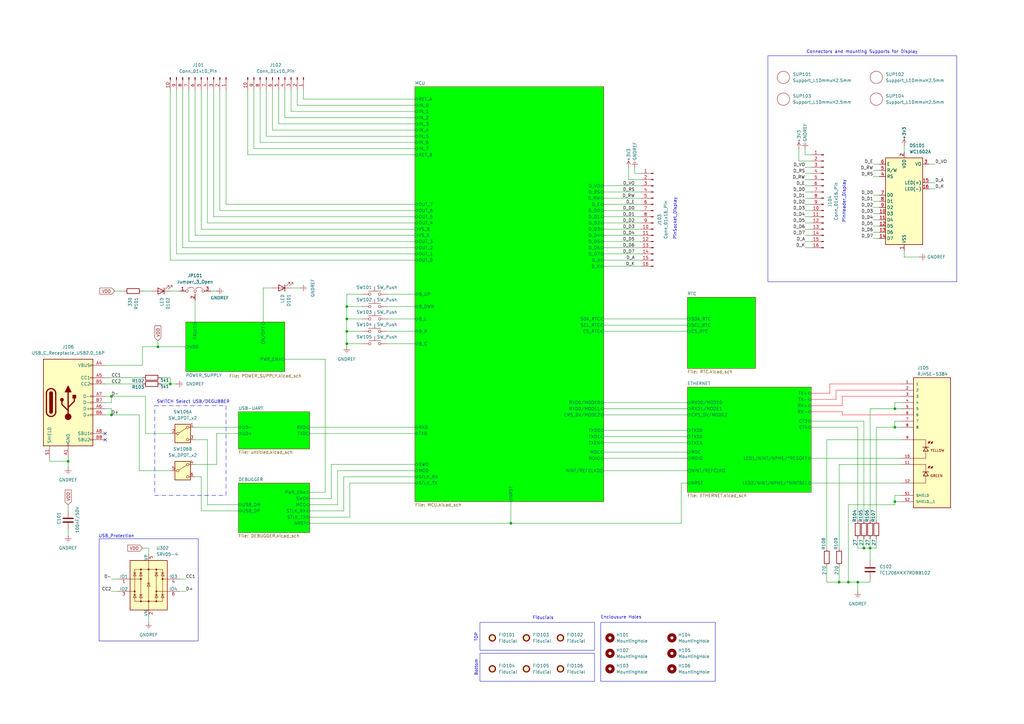
<source format=kicad_sch>
(kicad_sch (version 20250114) (generator "eeschema") (generator_version "9.0")
  (paper "A3")
  (title_block (title "PCB_Tarjeta_DevOps") (date "2025-10-28") (rev "R.Casas"))
  (lib_symbols
    (symbol "Connector:Conn_01x10_Pin" (pin_names (offset 1.016) (hide yes))
      (property "Reference" "J" (at 0 12.7 0))
      (property "Value" "Conn_01x10_Pin" (at 0 -15.24 0))
      (symbol "Conn_01x10_Pin_1_1"
        (pin passive line (at 5.08 10.16 180) (length 3.81) (name "Pin_1") (number "1"))
        (pin passive line (at 5.08 7.62 180) (length 3.81) (name "Pin_2") (number "2"))
        (pin passive line (at 5.08 5.08 180) (length 3.81) (name "Pin_3") (number "3"))
        (pin passive line (at 5.08 2.54 180) (length 3.81) (name "Pin_4") (number "4"))
        (pin passive line (at 5.08 0 180) (length 3.81) (name "Pin_5") (number "5"))
        (pin passive line (at 5.08 -2.54 180) (length 3.81) (name "Pin_6") (number "6"))
        (pin passive line (at 5.08 -5.08 180) (length 3.81) (name "Pin_7") (number "7"))
        (pin passive line (at 5.08 -7.62 180) (length 3.81) (name "Pin_8") (number "8"))
        (pin passive line (at 5.08 -10.16 180) (length 3.81) (name "Pin_9") (number "9"))
        (pin passive line (at 5.08 -12.7 180) (length 3.81) (name "Pin_10") (number "10"))
      )
    )
    (symbol "Connector:Conn_01x16_Pin" (pin_names (offset 1.016) (hide yes))
      (property "Reference" "J" (at 0 20.32 0))
      (property "Value" "Conn_01x16_Pin" (at 0 -22.86 0))
      (symbol "Conn_01x16_Pin_1_1"
        (pin passive line (at 5.08 17.78 180) (length 3.81) (name "Pin_1") (number "1"))
        (pin passive line (at 5.08 15.24 180) (length 3.81) (name "Pin_2") (number "2"))
        (pin passive line (at 5.08 12.7 180) (length 3.81) (name "Pin_3") (number "3"))
        (pin passive line (at 5.08 10.16 180) (length 3.81) (name "Pin_4") (number "4"))
        (pin passive line (at 5.08 7.62 180) (length 3.81) (name "Pin_5") (number "5"))
        (pin passive line (at 5.08 5.08 180) (length 3.81) (name "Pin_6") (number "6"))
        (pin passive line (at 5.08 2.54 180) (length 3.81) (name "Pin_7") (number "7"))
        (pin passive line (at 5.08 0 180) (length 3.81) (name "Pin_8") (number "8"))
        (pin passive line (at 5.08 -2.54 180) (length 3.81) (name "Pin_9") (number "9"))
        (pin passive line (at 5.08 -5.08 180) (length 3.81) (name "Pin_10") (number "10"))
        (pin passive line (at 5.08 -7.62 180) (length 3.81) (name "Pin_11") (number "11"))
        (pin passive line (at 5.08 -10.16 180) (length 3.81) (name "Pin_12") (number "12"))
        (pin passive line (at 5.08 -12.7 180) (length 3.81) (name "Pin_13") (number "13"))
        (pin passive line (at 5.08 -15.24 180) (length 3.81) (name "Pin_14") (number "14"))
        (pin passive line (at 5.08 -17.78 180) (length 3.81) (name "Pin_15") (number "15"))
        (pin passive line (at 5.08 -20.32 180) (length 3.81) (name "Pin_16") (number "16"))
      )
    )
    (symbol "Connector:USB_C_Receptacle_USB2.0_16P" (pin_names (offset 1.016))
      (property "Reference" "J" (at 0 22.225 0))
      (property "Value" "USB_C_Receptacle_USB2.0_16P" (at 0 19.685 0))
      (symbol "USB_C_Receptacle_USB2.0_16P_1_1"
        (pin passive line (at -7.62 -22.86 90) (length 5.08) (name "SHIELD") (number "S1"))
        (pin passive line (at 0 -22.86 90) (length 5.08) (name "GND") (number "A1"))
        (pin passive line (at 0 -22.86 90) (length 5.08) (hide yes) (name "GND") (number "A12"))
        (pin passive line (at 0 -22.86 90) (length 5.08) (hide yes) (name "GND") (number "B1"))
        (pin passive line (at 0 -22.86 90) (length 5.08) (hide yes) (name "GND") (number "B12"))
        (pin passive line (at 15.24 15.24 180) (length 5.08) (name "VBUS") (number "A4"))
        (pin passive line (at 15.24 15.24 180) (length 5.08) (hide yes) (name "VBUS") (number "A9"))
        (pin passive line (at 15.24 15.24 180) (length 5.08) (hide yes) (name "VBUS") (number "B4"))
        (pin passive line (at 15.24 15.24 180) (length 5.08) (hide yes) (name "VBUS") (number "B9"))
        (pin bidirectional line (at 15.24 10.16 180) (length 5.08) (name "CC1") (number "A5"))
        (pin bidirectional line (at 15.24 7.62 180) (length 5.08) (name "CC2") (number "B5"))
        (pin bidirectional line (at 15.24 2.54 180) (length 5.08) (name "D-") (number "A7"))
        (pin bidirectional line (at 15.24 0 180) (length 5.08) (name "D-") (number "B7"))
        (pin bidirectional line (at 15.24 -2.54 180) (length 5.08) (name "D+") (number "A6"))
        (pin bidirectional line (at 15.24 -5.08 180) (length 5.08) (name "D+") (number "B6"))
        (pin bidirectional line (at 15.24 -12.7 180) (length 5.08) (name "SBU1") (number "A8"))
        (pin bidirectional line (at 15.24 -15.24 180) (length 5.08) (name "SBU2") (number "B8"))
      )
    )
    (symbol "Device:C" (pin_numbers (hide yes)) (pin_names (offset 0.254))
      (property "Reference" "C" (at 0.635 2.54 0))
      (property "Value" "C" (at 0.635 -2.54 0))
      (symbol "C_1_1"
        (pin passive line (at 0 3.81 270) (length 2.794) (name "~") (number "1"))
        (pin passive line (at 0 -3.81 90) (length 2.794) (name "~") (number "2"))
      )
    )
    (symbol "Device:LED" (pin_numbers (hide yes)) (pin_names (offset 1.016) (hide yes))
      (property "Reference" "D" (at 0 2.54 0))
      (property "Value" "LED" (at 0 -2.54 0))
      (symbol "LED_1_1"
        (pin passive line (at -3.81 0 0) (length 2.54) (name "K") (number "1"))
        (pin passive line (at 3.81 0 180) (length 2.54) (name "A") (number "2"))
      )
    )
    (symbol "Device:R" (pin_numbers (hide yes)) (pin_names (offset 0))
      (property "Reference" "R" (at 2.032 0 90))
      (property "Value" "R" (at 0 0 90))
      (symbol "R_1_1"
        (pin passive line (at 0 3.81 270) (length 1.27) (name "~") (number "1"))
        (pin passive line (at 0 -3.81 90) (length 1.27) (name "~") (number "2"))
      )
    )
    (symbol "Display_Character:WC1602A"
      (property "Reference" "DS" (at -5.842 19.05 0))
      (property "Value" "WC1602A" (at 5.334 19.05 0))
      (symbol "WC1602A_1_1"
        (pin input line (at -10.16 15.24 0) (length 2.54) (name "E") (number "6"))
        (pin input line (at -10.16 12.7 0) (length 2.54) (name "R/W") (number "5"))
        (pin input line (at -10.16 10.16 0) (length 2.54) (name "RS") (number "4"))
        (pin input line (at -10.16 2.54 0) (length 2.54) (name "D0") (number "7"))
        (pin input line (at -10.16 0 0) (length 2.54) (name "D1") (number "8"))
        (pin input line (at -10.16 -2.54 0) (length 2.54) (name "D2") (number "9"))
        (pin input line (at -10.16 -5.08 0) (length 2.54) (name "D3") (number "10"))
        (pin input line (at -10.16 -7.62 0) (length 2.54) (name "D4") (number "11"))
        (pin input line (at -10.16 -10.16 0) (length 2.54) (name "D5") (number "12"))
        (pin input line (at -10.16 -12.7 0) (length 2.54) (name "D6") (number "13"))
        (pin input line (at -10.16 -15.24 0) (length 2.54) (name "D7") (number "14"))
        (pin power_in line (at 0 20.32 270) (length 2.54) (name "VDD") (number "2"))
        (pin power_in line (at 0 -20.32 90) (length 2.54) (name "VSS") (number "1"))
        (pin input line (at 10.16 15.24 180) (length 2.54) (name "VO") (number "3"))
        (pin power_in line (at 10.16 7.62 180) (length 2.54) (name "LED(+)") (number "15"))
        (pin power_in line (at 10.16 5.08 180) (length 2.54) (name "LED(-)") (number "16"))
      )
    )
    (symbol "Ethernet_RCO:RJHSE-5384" (pin_names (offset 1.016))
      (property "Reference" "J" (at -7.62 26.67 0))
      (property "Value" "RJHSE-5384" (at -7.62 -29.21 0))
      (symbol "RJHSE-5384_0_0"
        (text "YELLOW" (at -0.762 -3.81 0) (effects (font (size 1.016 1.016)) (justify left top)))
        (text "GREEN" (at -0.762 -14.224 0) (effects (font (size 1.016 1.016)) (justify left top)))
        (pin passive line (at -12.7 22.86 0) (length 5.08) (name "1") (number "1"))
        (pin passive line (at -12.7 20.32 0) (length 5.08) (name "2") (number "2"))
        (pin passive line (at -12.7 17.78 0) (length 5.08) (name "3") (number "3"))
        (pin passive line (at -12.7 15.24 0) (length 5.08) (name "4") (number "4"))
        (pin passive line (at -12.7 12.7 0) (length 5.08) (name "5") (number "5"))
        (pin passive line (at -12.7 10.16 0) (length 5.08) (name "6") (number "6"))
        (pin passive line (at -12.7 7.62 0) (length 5.08) (name "7") (number "7"))
        (pin passive line (at -12.7 5.08 0) (length 5.08) (name "8") (number "8"))
        (pin passive line (at -12.7 0 0) (length 5.08) (name "~") (number "9"))
        (pin passive line (at -12.7 -7.62 0) (length 5.08) (name "~") (number "10"))
        (pin passive line (at -12.7 -10.16 0) (length 5.08) (name "~") (number "11"))
        (pin passive line (at -12.7 -17.78 0) (length 5.08) (name "~") (number "12"))
        (pin passive line (at -12.7 -22.86 0) (length 5.08) (name "SHIELD") (number "S1"))
        (pin passive line (at -12.7 -25.4 0) (length 5.08) (name "SHIELD__1") (number "S2"))
      )
    )
    (symbol "Jumper:Jumper_3_Open" (pin_names (offset 0) (hide yes)) (in_bom no)
      (property "Reference" "JP" (at -2.54 -2.54 0))
      (property "Value" "Jumper_3_Open" (at 0 2.794 0))
      (symbol "Jumper_3_Open_1_1"
        (pin passive line (at -6.35 0 0) (length 2.54) (name "A") (number "1"))
        (pin passive line (at 0 -3.81 90) (length 2.54) (name "C") (number "2"))
        (pin passive line (at 6.35 0 180) (length 2.54) (name "B") (number "3"))
      )
    )
    (symbol "Mechanical:Fiducial" (in_bom no)
      (property "Reference" "FID" (at 0 5.08 0))
      (property "Value" "Fiducial" (at 0 3.175 0))
    )
    (symbol "Mechanical:MountingHole" (pin_names (offset 1.016)) (in_bom no)
      (property "Reference" "H" (at 0 5.08 0))
      (property "Value" "MountingHole" (at 0 3.175 0))
    )
    (symbol "PCB_Support:Support_L10mmxH2.5mm" (pin_numbers (hide yes)) (pin_names (offset 0.762) (hide yes))
      (property "Reference" "SUP" (at 0 4.826 0))
      (property "Value" "Support_L10mmxH2.5mm" (at 0 3.048 0))
    )
    (symbol "Power_Protection:SRV05-4" (pin_names (offset 0))
      (property "Reference" "U" (at -5.08 11.43 0))
      (property "Value" "SRV05-4" (at 2.54 11.43 0))
      (symbol "SRV05-4_1_1"
        (pin passive line (at -12.7 2.54 0) (length 5.08) (name "IO1") (number "1"))
        (pin passive line (at -12.7 -2.54 0) (length 5.08) (name "IO2") (number "3"))
        (pin passive line (at 0 12.7 270) (length 2.54) (name "VP") (number "5"))
        (pin passive line (at 0 -12.7 90) (length 2.54) (name "VN") (number "2"))
        (pin passive line (at 12.7 2.54 180) (length 5.08) (name "IO3") (number "4"))
        (pin passive line (at 12.7 -2.54 180) (length 5.08) (name "IO4") (number "6"))
      )
    )
    (symbol "Switch:SW_DPDT_x2" (pin_names (offset 0) (hide yes))
      (property "Reference" "SW" (at 0 5.08 0))
      (property "Value" "SW_DPDT_x2" (at 0 -5.08 0))
      (symbol "SW_DPDT_x2_1_1"
        (pin passive line (at -5.08 0 0) (length 2.54) (name "B") (number "2"))
        (pin passive line (at 5.08 2.54 180) (length 2.54) (name "A") (number "1"))
        (pin passive line (at 5.08 -2.54 180) (length 2.54) (name "C") (number "3"))
      )
      (symbol "SW_DPDT_x2_2_1"
        (pin passive line (at -5.08 0 0) (length 2.54) (name "B") (number "5"))
        (pin passive line (at 5.08 2.54 180) (length 2.54) (name "A") (number "4"))
        (pin passive line (at 5.08 -2.54 180) (length 2.54) (name "C") (number "6"))
      )
    )
    (symbol "Switch:SW_Push" (pin_numbers (hide yes)) (pin_names (offset 1.016) (hide yes))
      (property "Reference" "SW" (at 1.27 2.54 0))
      (property "Value" "SW_Push" (at 0 -1.524 0))
      (symbol "SW_Push_0_1"
        (pin passive line (at -5.08 0 0) (length 2.54) (name "1") (number "1"))
        (pin passive line (at 5.08 0 180) (length 2.54) (name "2") (number "2"))
      )
    )
    (symbol "power:+3V3" (power) (pin_numbers (hide yes)) (pin_names (offset 0) (hide yes))
      (property "Value" "+3V3" (at 0 3.556 0))
      (symbol "+3V3_1_1"
        (pin power_in line (at 0 0 90) (length 0) (name "~") (number "1"))
      )
    )
    (symbol "power:GNDREF" (power) (pin_numbers (hide yes)) (pin_names (offset 0) (hide yes))
      (property "Value" "GNDREF" (at 0 -3.81 0))
      (symbol "GNDREF_1_1"
        (pin power_in line (at 0 0 270) (length 0) (name "~") (number "1"))
      )
    )
  )
  (rectangle (start 196.85 255.27) (end 243.84 266.7))
  (rectangle (start 314.96 22.86) (end 392.43 115.57))
  (rectangle (start 196.85 267.97) (end 243.84 279.4))
  (rectangle (start 40.64 220.98) (end 81.28 262.89))
  (rectangle (start 63.5 166.37) (end 92.71 203.2) (stroke (width 0) (type dash_dot)))
  (rectangle (start 246.38 255.27) (end 293.37 279.4))
  (text "Bottom" (at 195.326 273.812 90) (effects (font (size 1.27 1.27))))
  (text "PinHeader_Display" (at 346.202 82.55 90) (effects (font (size 1.27 1.27))))
  (text "Connectors and mounting Supports for Display\n" (at 353.568 21.336 0) (effects (font (size 1.27 1.27))))
  (text "USB_Protection\n" (at 47.752 219.964 0) (effects (font (size 1.27 1.27))))
  (text "Enclousure Holes" (at 254.762 253.238 0) (effects (font (size 1.27 1.27))))
  (text "Fiducials\n" (at 222.758 253.492 0) (effects (font (size 1.27 1.27))))
  (text "SWITCH Select USB/DEGUBBER\n" (at 79.248 164.846 0) (effects (font (size 1.27 1.27))))
  (text "TOP\n" (at 195.326 261.366 90) (effects (font (size 1.27 1.27))))
  (text "PinSocket_Display" (at 276.86 89.662 90) (effects (font (size 1.27 1.27))))
  (junction (at 354.33 224.79))
  (junction (at 347.98 238.76))
  (junction (at 45.72 170.18))
  (junction (at 356.87 224.79))
  (junction (at 27.94 189.23))
  (junction (at 209.55 214.63))
  (junction (at 142.24 140.97))
  (junction (at 142.24 130.81))
  (junction (at 45.72 162.56))
  (junction (at 64.77 142.24))
  (junction (at 344.17 238.76))
  (junction (at 142.24 125.73))
  (junction (at 367.03 167.64))
  (junction (at 142.24 135.89))
  (junction (at 69.85 157.48))
  (junction (at 367.03 205.74))
  (junction (at 367.03 175.26))
  (junction (at 351.79 238.76))
  (no_connect (at 43.18 177.8))
  (no_connect (at 43.18 180.34))
  (wire (pts (xy 45.72 237.49) (xy 48.26 237.49)))
  (wire (pts (xy 170.18 50.8) (xy 114.3 50.8)))
  (wire (pts (xy 90.17 86.36) (xy 170.18 86.36)))
  (wire (pts (xy 356.87 220.98) (xy 356.87 224.79)))
  (wire (pts (xy 342.9 163.83) (xy 342.9 160.02)) (stroke (width 0) (color 255 0 0 1)))
  (wire (pts (xy 148.59 120.65) (xy 142.24 120.65)))
  (wire (pts (xy 247.65 165.1) (xy 281.94 165.1)))
  (wire (pts (xy 257.81 73.66) (xy 262.89 73.66)))
  (wire (pts (xy 383.54 67.31) (xy 381 67.31)))
  (wire (pts (xy 20.32 189.23) (xy 27.94 189.23)))
  (wire (pts (xy 143.51 212.09) (xy 143.51 198.12)))
  (wire (pts (xy 77.47 99.06) (xy 170.18 99.06)))
  (wire (pts (xy 358.14 87.63) (xy 360.68 87.63)))
  (wire (pts (xy 140.97 195.58) (xy 140.97 209.55)))
  (wire (pts (xy 247.65 187.96) (xy 281.94 187.96)))
  (wire (pts (xy 367.03 205.74) (xy 369.57 205.74)))
  (wire (pts (xy 60.96 224.79) (xy 60.96 227.33)))
  (wire (pts (xy 127 175.26) (xy 170.18 175.26)))
  (wire (pts (xy 347.98 238.76) (xy 351.79 238.76)))
  (wire (pts (xy 342.9 160.02) (xy 369.57 160.02)) (stroke (width 0) (color 255 0 0 1)))
  (wire (pts (xy 345.44 162.56) (xy 369.57 162.56)) (stroke (width 0) (color 255 0 0 1)))
  (wire (pts (xy 247.65 91.44) (xy 262.89 91.44)))
  (wire (pts (xy 354.33 224.79) (xy 356.87 224.79)))
  (wire (pts (xy 327.66 60.96) (xy 327.66 66.04)))
  (wire (pts (xy 170.18 195.58) (xy 140.97 195.58)))
  (wire (pts (xy 107.95 118.11) (xy 111.76 118.11)))
  (wire (pts (xy 88.9 177.8) (xy 97.79 177.8)))
  (wire (pts (xy 170.18 63.5) (xy 101.6 63.5)))
  (wire (pts (xy 339.09 180.34) (xy 339.09 224.79)))
  (wire (pts (xy 97.79 209.55) (xy 82.55 209.55)))
  (wire (pts (xy 74.93 101.6) (xy 170.18 101.6)))
  (wire (pts (xy 340.36 157.48) (xy 369.57 157.48)) (stroke (width 0) (color 255 0 0 1)))
  (wire (pts (xy 247.65 101.6) (xy 262.89 101.6)))
  (wire (pts (xy 330.2 96.52) (xy 332.74 96.52)))
  (wire (pts (xy 121.92 36.83) (xy 121.92 43.18)))
  (wire (pts (xy 72.39 36.83) (xy 72.39 104.14)))
  (wire (pts (xy 369.57 165.1) (xy 367.03 165.1)))
  (wire (pts (xy 351.79 175.26) (xy 351.79 213.36)))
  (wire (pts (xy 66.04 154.94) (xy 69.85 154.94)))
  (wire (pts (xy 45.72 162.56) (xy 59.69 162.56)))
  (wire (pts (xy 158.75 120.65) (xy 170.18 120.65)))
  (wire (pts (xy 90.17 36.83) (xy 90.17 86.36)))
  (wire (pts (xy 369.57 190.5) (xy 344.17 190.5)))
  (wire (pts (xy 119.38 45.72) (xy 119.38 36.83)))
  (wire (pts (xy 133.35 201.93) (xy 133.35 147.32)))
  (wire (pts (xy 127 207.01) (xy 138.43 207.01)))
  (wire (pts (xy 107.95 118.11) (xy 107.95 132.08)))
  (wire (pts (xy 85.09 207.01) (xy 97.79 207.01)))
  (wire (pts (xy 58.42 224.79) (xy 60.96 224.79)))
  (wire (pts (xy 69.85 154.94) (xy 69.85 157.48)))
  (wire (pts (xy 142.24 125.73) (xy 142.24 130.81)))
  (wire (pts (xy 247.65 133.35) (xy 281.94 133.35)))
  (wire (pts (xy 247.65 96.52) (xy 262.89 96.52)))
  (wire (pts (xy 106.68 36.83) (xy 106.68 58.42)))
  (wire (pts (xy 58.42 142.24) (xy 64.77 142.24)))
  (wire (pts (xy 142.24 140.97) (xy 148.59 140.97)))
  (wire (pts (xy 62.23 119.38) (xy 58.42 119.38)))
  (wire (pts (xy 158.75 125.73) (xy 170.18 125.73)))
  (wire (pts (xy 140.97 209.55) (xy 127 209.55)))
  (wire (pts (xy 142.24 130.81) (xy 142.24 135.89)))
  (wire (pts (xy 369.57 167.64) (xy 367.03 167.64)))
  (wire (pts (xy 45.72 165.1) (xy 45.72 162.56)))
  (wire (pts (xy 330.2 63.5) (xy 332.74 63.5)))
  (wire (pts (xy 170.18 40.64) (xy 124.46 40.64)))
  (wire (pts (xy 92.71 36.83) (xy 92.71 83.82)))
  (wire (pts (xy 358.14 82.55) (xy 360.68 82.55)))
  (wire (pts (xy 247.65 76.2) (xy 262.89 76.2)))
  (wire (pts (xy 367.03 165.1) (xy 367.03 167.64)))
  (wire (pts (xy 257.81 68.58) (xy 257.81 73.66)))
  (wire (pts (xy 358.14 95.25) (xy 360.68 95.25)))
  (wire (pts (xy 247.65 176.53) (xy 281.94 176.53)))
  (wire (pts (xy 340.36 161.29) (xy 340.36 157.48)) (stroke (width 0) (color 255 0 0 1)))
  (wire (pts (xy 158.75 130.81) (xy 170.18 130.81)))
  (wire (pts (xy 247.65 88.9) (xy 262.89 88.9)))
  (wire (pts (xy 135.89 190.5) (xy 170.18 190.5)))
  (wire (pts (xy 85.09 91.44) (xy 170.18 91.44)))
  (wire (pts (xy 327.66 66.04) (xy 332.74 66.04)))
  (wire (pts (xy 247.65 181.61) (xy 281.94 181.61)))
  (wire (pts (xy 344.17 190.5) (xy 344.17 224.79)))
  (wire (pts (xy 339.09 238.76) (xy 344.17 238.76)))
  (wire (pts (xy 383.54 77.47) (xy 381 77.47)))
  (wire (pts (xy 358.14 72.39) (xy 360.68 72.39)))
  (wire (pts (xy 330.2 83.82) (xy 332.74 83.82)))
  (wire (pts (xy 45.72 165.1) (xy 43.18 165.1)))
  (wire (pts (xy 80.01 96.52) (xy 170.18 96.52)))
  (wire (pts (xy 247.65 78.74) (xy 262.89 78.74)))
  (wire (pts (xy 370.84 102.87) (xy 370.84 105.41)))
  (wire (pts (xy 80.01 195.58) (xy 82.55 195.58)))
  (wire (pts (xy 247.65 99.06) (xy 262.89 99.06)))
  (wire (pts (xy 356.87 167.64) (xy 356.87 213.36)))
  (wire (pts (xy 330.2 101.6) (xy 332.74 101.6)))
  (wire (pts (xy 85.09 36.83) (xy 85.09 91.44)))
  (wire (pts (xy 43.18 149.86) (xy 58.42 149.86)))
  (wire (pts (xy 45.72 162.56) (xy 43.18 162.56)))
  (wire (pts (xy 358.14 80.01) (xy 360.68 80.01)))
  (wire (pts (xy 142.24 135.89) (xy 148.59 135.89)))
  (wire (pts (xy 247.65 193.04) (xy 281.94 193.04)))
  (wire (pts (xy 358.14 97.79) (xy 360.68 97.79)))
  (wire (pts (xy 247.65 86.36) (xy 262.89 86.36)))
  (wire (pts (xy 332.74 166.37) (xy 345.44 166.37)) (stroke (width 0) (color 255 0 0 1)))
  (wire (pts (xy 127 177.8) (xy 170.18 177.8)))
  (wire (pts (xy 64.77 139.7) (xy 64.77 142.24)))
  (wire (pts (xy 158.75 135.89) (xy 170.18 135.89)))
  (wire (pts (xy 127 204.47) (xy 135.89 204.47)))
  (wire (pts (xy 247.65 130.81) (xy 281.94 130.81)))
  (wire (pts (xy 369.57 172.72) (xy 367.03 172.72)))
  (wire (pts (xy 43.18 157.48) (xy 58.42 157.48)))
  (wire (pts (xy 76.2 242.57) (xy 73.66 242.57)))
  (wire (pts (xy 367.03 172.72) (xy 367.03 175.26)))
  (wire (pts (xy 45.72 242.57) (xy 48.26 242.57)))
  (wire (pts (xy 332.74 172.72) (xy 354.33 172.72)))
  (wire (pts (xy 247.65 93.98) (xy 262.89 93.98)))
  (wire (pts (xy 27.94 189.23) (xy 27.94 191.77)))
  (wire (pts (xy 143.51 198.12) (xy 170.18 198.12)))
  (wire (pts (xy 358.14 92.71) (xy 360.68 92.71)))
  (wire (pts (xy 339.09 232.41) (xy 339.09 238.76)))
  (wire (pts (xy 66.04 157.48) (xy 69.85 157.48)))
  (wire (pts (xy 127 212.09) (xy 143.51 212.09)))
  (wire (pts (xy 359.41 220.98) (xy 359.41 224.79)))
  (wire (pts (xy 170.18 58.42) (xy 106.68 58.42)))
  (wire (pts (xy 358.14 67.31) (xy 360.68 67.31)))
  (wire (pts (xy 367.03 203.2) (xy 367.03 205.74)))
  (wire (pts (xy 330.2 73.66) (xy 332.74 73.66)))
  (wire (pts (xy 332.74 198.12) (xy 369.57 198.12)))
  (wire (pts (xy 69.85 157.48) (xy 72.39 157.48)))
  (wire (pts (xy 45.72 170.18) (xy 57.15 170.18)))
  (wire (pts (xy 369.57 180.34) (xy 339.09 180.34)))
  (wire (pts (xy 142.24 135.89) (xy 142.24 140.97)))
  (wire (pts (xy 345.44 166.37) (xy 345.44 162.56)) (stroke (width 0) (color 255 0 0 1)))
  (wire (pts (xy 247.65 109.22) (xy 262.89 109.22)))
  (wire (pts (xy 369.57 175.26) (xy 367.03 175.26)))
  (wire (pts (xy 370.84 105.41) (xy 377.19 105.41)))
  (wire (pts (xy 281.94 198.12) (xy 279.4 198.12)))
  (wire (pts (xy 209.55 205.74) (xy 209.55 214.63)))
  (wire (pts (xy 57.15 170.18) (xy 57.15 193.04)))
  (wire (pts (xy 111.76 36.83) (xy 111.76 53.34)))
  (wire (pts (xy 46.99 119.38) (xy 50.8 119.38)))
  (wire (pts (xy 109.22 36.83) (xy 109.22 55.88)))
  (wire (pts (xy 345.44 170.18) (xy 369.57 170.18)) (stroke (width 0) (color 255 0 0 1)))
  (wire (pts (xy 57.15 193.04) (xy 69.85 193.04)))
  (wire (pts (xy 87.63 88.9) (xy 170.18 88.9)))
  (wire (pts (xy 330.2 76.2) (xy 332.74 76.2)))
  (wire (pts (xy 45.72 167.64) (xy 45.72 170.18)))
  (wire (pts (xy 383.54 74.93) (xy 381 74.93)))
  (wire (pts (xy 247.65 167.64) (xy 281.94 167.64)))
  (wire (pts (xy 92.71 83.82) (xy 170.18 83.82)))
  (wire (pts (xy 104.14 60.96) (xy 170.18 60.96)))
  (wire (pts (xy 370.84 59.69) (xy 370.84 62.23)))
  (wire (pts (xy 347.98 207.01) (xy 367.03 207.01)))
  (wire (pts (xy 247.65 135.89) (xy 281.94 135.89)))
  (wire (pts (xy 127 201.93) (xy 133.35 201.93)))
  (wire (pts (xy 330.2 60.96) (xy 330.2 63.5)))
  (wire (pts (xy 247.65 81.28) (xy 262.89 81.28)))
  (wire (pts (xy 80.01 36.83) (xy 80.01 96.52)))
  (wire (pts (xy 359.41 224.79) (xy 356.87 224.79)))
  (wire (pts (xy 135.89 204.47) (xy 135.89 190.5)))
  (wire (pts (xy 133.35 147.32) (xy 116.84 147.32)))
  (wire (pts (xy 356.87 237.49) (xy 356.87 238.76)))
  (wire (pts (xy 124.46 40.64) (xy 124.46 36.83)))
  (wire (pts (xy 27.94 187.96) (xy 27.94 189.23)))
  (wire (pts (xy 358.14 85.09) (xy 360.68 85.09)))
  (wire (pts (xy 80.01 123.19) (xy 80.01 132.08)))
  (wire (pts (xy 330.2 91.44) (xy 332.74 91.44)))
  (wire (pts (xy 351.79 224.79) (xy 354.33 224.79)))
  (wire (pts (xy 77.47 36.83) (xy 77.47 99.06)))
  (wire (pts (xy 209.55 214.63) (xy 279.4 214.63)))
  (wire (pts (xy 347.98 207.01) (xy 347.98 238.76)))
  (wire (pts (xy 80.01 190.5) (xy 88.9 190.5)))
  (wire (pts (xy 358.14 90.17) (xy 360.68 90.17)))
  (wire (pts (xy 123.19 118.11) (xy 119.38 118.11)))
  (wire (pts (xy 88.9 177.8) (xy 88.9 190.5)))
  (wire (pts (xy 59.69 177.8) (xy 69.85 177.8)))
  (wire (pts (xy 45.72 170.18) (xy 43.18 170.18)))
  (wire (pts (xy 330.2 93.98) (xy 332.74 93.98)))
  (wire (pts (xy 247.65 106.68) (xy 262.89 106.68)))
  (wire (pts (xy 109.22 55.88) (xy 170.18 55.88)))
  (wire (pts (xy 330.2 71.12) (xy 332.74 71.12)))
  (wire (pts (xy 86.36 119.38) (xy 88.9 119.38)))
  (wire (pts (xy 330.2 86.36) (xy 332.74 86.36)))
  (wire (pts (xy 64.77 142.24) (xy 76.2 142.24)))
  (wire (pts (xy 72.39 104.14) (xy 170.18 104.14)))
  (wire (pts (xy 330.2 99.06) (xy 332.74 99.06)))
  (wire (pts (xy 158.75 140.97) (xy 170.18 140.97)))
  (wire (pts (xy 279.4 198.12) (xy 279.4 214.63)))
  (wire (pts (xy 247.65 185.42) (xy 281.94 185.42)))
  (wire (pts (xy 332.74 163.83) (xy 342.9 163.83)) (stroke (width 0) (color 255 0 0 1)))
  (wire (pts (xy 142.24 130.81) (xy 148.59 130.81)))
  (wire (pts (xy 121.92 43.18) (xy 170.18 43.18)))
  (wire (pts (xy 20.32 187.96) (xy 20.32 189.23)))
  (wire (pts (xy 260.35 68.58) (xy 260.35 71.12)))
  (wire (pts (xy 127 214.63) (xy 209.55 214.63)))
  (wire (pts (xy 354.33 172.72) (xy 354.33 213.36)))
  (wire (pts (xy 367.03 207.01) (xy 367.03 205.74)))
  (wire (pts (xy 330.2 81.28) (xy 332.74 81.28)))
  (wire (pts (xy 330.2 88.9) (xy 332.74 88.9)))
  (wire (pts (xy 356.87 224.79) (xy 356.87 229.87)))
  (wire (pts (xy 116.84 48.26) (xy 170.18 48.26)))
  (wire (pts (xy 369.57 203.2) (xy 367.03 203.2)))
  (wire (pts (xy 58.42 149.86) (xy 58.42 142.24)))
  (wire (pts (xy 82.55 36.83) (xy 82.55 93.98)))
  (wire (pts (xy 356.87 238.76) (xy 351.79 238.76)))
  (wire (pts (xy 351.79 220.98) (xy 351.79 224.79)))
  (wire (pts (xy 332.74 187.96) (xy 369.57 187.96)))
  (wire (pts (xy 138.43 193.04) (xy 170.18 193.04)))
  (wire (pts (xy 27.94 217.17) (xy 27.94 219.71)))
  (wire (pts (xy 351.79 238.76) (xy 351.79 242.57)))
  (wire (pts (xy 345.44 168.91) (xy 345.44 170.18)) (stroke (width 0) (color 255 0 0 1)))
  (wire (pts (xy 101.6 63.5) (xy 101.6 36.83)))
  (wire (pts (xy 358.14 69.85) (xy 360.68 69.85)))
  (wire (pts (xy 59.69 162.56) (xy 59.69 177.8)))
  (wire (pts (xy 247.65 179.07) (xy 281.94 179.07)))
  (wire (pts (xy 114.3 50.8) (xy 114.3 36.83)))
  (wire (pts (xy 142.24 120.65) (xy 142.24 125.73)))
  (wire (pts (xy 330.2 68.58) (xy 332.74 68.58)))
  (wire (pts (xy 332.74 161.29) (xy 340.36 161.29)) (stroke (width 0) (color 255 0 0 1)))
  (wire (pts (xy 330.2 78.74) (xy 332.74 78.74)))
  (wire (pts (xy 82.55 93.98) (xy 170.18 93.98)))
  (wire (pts (xy 69.85 36.83) (xy 69.85 106.68)))
  (wire (pts (xy 344.17 232.41) (xy 344.17 238.76)))
  (wire (pts (xy 80.01 180.34) (xy 85.09 180.34)))
  (wire (pts (xy 247.65 170.18) (xy 281.94 170.18)))
  (wire (pts (xy 80.01 175.26) (xy 97.79 175.26)))
  (wire (pts (xy 142.24 125.73) (xy 148.59 125.73)))
  (wire (pts (xy 367.03 167.64) (xy 356.87 167.64)))
  (wire (pts (xy 69.85 106.68) (xy 170.18 106.68)))
  (wire (pts (xy 43.18 154.94) (xy 58.42 154.94)))
  (wire (pts (xy 354.33 220.98) (xy 354.33 224.79)))
  (wire (pts (xy 116.84 36.83) (xy 116.84 48.26)))
  (wire (pts (xy 247.65 104.14) (xy 262.89 104.14)))
  (wire (pts (xy 260.35 71.12) (xy 262.89 71.12)))
  (wire (pts (xy 60.96 255.27) (xy 60.96 252.73)))
  (wire (pts (xy 170.18 45.72) (xy 119.38 45.72)))
  (wire (pts (xy 332.74 175.26) (xy 351.79 175.26)))
  (wire (pts (xy 359.41 175.26) (xy 359.41 213.36)))
  (wire (pts (xy 85.09 180.34) (xy 85.09 207.01)))
  (wire (pts (xy 87.63 36.83) (xy 87.63 88.9)))
  (wire (pts (xy 332.74 168.91) (xy 345.44 168.91)) (stroke (width 0) (color 255 0 0 1)))
  (wire (pts (xy 142.24 140.97) (xy 142.24 142.24)))
  (wire (pts (xy 111.76 53.34) (xy 170.18 53.34)))
  (wire (pts (xy 76.2 237.49) (xy 73.66 237.49)))
  (wire (pts (xy 74.93 36.83) (xy 74.93 101.6)))
  (wire (pts (xy 27.94 207.01) (xy 27.94 209.55)))
  (wire (pts (xy 367.03 175.26) (xy 359.41 175.26)))
  (wire (pts (xy 82.55 195.58) (xy 82.55 209.55)))
  (wire (pts (xy 45.72 167.64) (xy 43.18 167.64)))
  (wire (pts (xy 104.14 36.83) (xy 104.14 60.96)))
  (wire (pts (xy 344.17 238.76) (xy 347.98 238.76)))
  (wire (pts (xy 247.65 83.82) (xy 262.89 83.82)))
  (wire (pts (xy 73.66 119.38) (xy 69.85 119.38)))
  (wire (pts (xy 138.43 207.01) (xy 138.43 193.04)))
  (label "D_E" (at 330.2 76.2 180))
  (label "D_D6" (at 358.14 95.25 180))
  (label "D_D1" (at 358.14 82.55 180))
  (label "D_RW" (at 330.2 73.66 180))
  (label "D_D3" (at 260.35 93.98 180))
  (label "D_D3" (at 330.2 86.36 180))
  (label "D_A" (at 330.2 99.06 180))
  (label "D-" (at 45.72 237.49 180))
  (label "CC2" (at 45.72 157.48 0))
  (label "D+" (at 45.72 170.18 0))
  (label "D_D4" (at 358.14 90.17 180))
  (label "D_A" (at 383.54 74.93 0))
  (label "CC2" (at 45.72 242.57 180))
  (label "D_D0" (at 330.2 78.74 180))
  (label "D_RW" (at 358.14 69.85 180))
  (label "D_VO" (at 330.2 68.58 180))
  (label "D-" (at 45.72 162.56 0))
  (label "D_D5" (at 330.2 91.44 180))
  (label "D_D2" (at 260.35 91.44 180))
  (label "D_D7" (at 260.35 104.14 180))
  (label "D_K" (at 383.54 77.47 0))
  (label "D_D0" (at 358.14 80.01 180))
  (label "D_RS" (at 358.14 72.39 180))
  (label "D_A" (at 260.35 106.68 180))
  (label "CC1" (at 76.2 237.49 0))
  (label "D_RW" (at 260.35 81.28 180))
  (label "D_D7" (at 330.2 96.52 180))
  (label "D_D4" (at 330.2 88.9 180))
  (label "D_D0" (at 260.35 86.36 180))
  (label "D_D1" (at 330.2 81.28 180))
  (label "CC1" (at 45.72 154.94 0))
  (label "D_D2" (at 330.2 83.82 180))
  (label "D_RS" (at 330.2 71.12 180))
  (label "D_D4" (at 260.35 96.52 180))
  (label "D_D1" (at 260.35 88.9 180))
  (label "D_VO" (at 383.54 67.31 0))
  (label "D_D5" (at 260.35 99.06 180))
  (label "D_D3" (at 358.14 87.63 180))
  (label "D_D2" (at 358.14 85.09 180))
  (label "D_D5" (at 358.14 92.71 180))
  (label "D_VO" (at 260.35 76.2 180))
  (label "D_D6" (at 330.2 93.98 180))
  (label "D_D6" (at 260.35 101.6 180))
  (label "D_E" (at 260.35 83.82 180))
  (label "D_RS" (at 260.35 78.74 180))
  (label "D_E" (at 358.14 67.31 180))
  (label "D+" (at 76.2 242.57 0))
  (label "D_D7" (at 358.14 97.79 180))
  (label "D_K" (at 330.2 101.6 180))
  (label "D_K" (at 260.35 109.22 180))
  (global_label "VDD" (shape input) (at 58.42 224.79 180) (property "Intersheetrefs" "${INTERSHEET_REFS}" (effects (hide yes))))
  (global_label "VDD" (shape input) (at 46.99 119.38 180) (property "Intersheetrefs" "${INTERSHEET_REFS}" (effects (hide yes))))
  (global_label "VDD" (shape input) (at 27.94 207.01 90) (property "Intersheetrefs" "${INTERSHEET_REFS}" (effects (hide yes))))
  (global_label "VDD" (shape input) (at 64.77 139.7 90) (property "Intersheetrefs" "${INTERSHEET_REFS}" (effects (hide yes))))
  (symbol (lib_id "power:+3V3") (at 327.66 60.96 0) (mirror y) (unit 1)
    (property "Reference" "#PWR0113" (effects (hide yes)))
    (property "Value" "+3V3" (at 327.66 55.88 90))
    (property "Description" "Power symbol creates a global label with name \"+3V3\"" (effects (hide yes)))
  )
  (symbol (lib_id "Connector:Conn_01x16_Pin") (at 267.97 88.9 0) (mirror y) (unit 1)
    (property "Reference" "J103" (at 270.51 90.17 90))
    (property "Value" "Conn_01x16_Pin" (at 273.05 90.17 90))
    (property "Footprint" "Connector_PinSocket_2.54mm:PinSocket_1x16_P2.54mm_Vertical" (effects (hide yes)))
    (property "Description" "Generic connector, single row, 01x16, script generated" (effects (hide yes)))
  )
  (symbol (lib_id "Device:R") (at 62.23 154.94 90) (unit 1)
    (property "Reference" "R102" (at 56.642 156.21 90))
    (property "Value" "5k1" (at 67.564 155.956 90))
    (property "Footprint" "Resistor_SMD:R_0603_1608Metric_Pad0.98x0.95mm_HandSolder" (effects (hide yes)))
    (property "Description" "Resistor" (effects (hide yes)))
  )
  (symbol (lib_id "Device:R") (at 54.61 119.38 270) (unit 1)
    (property "Reference" "R101" (at 55.8801 121.92 0) (effects (justify left)))
    (property "Value" "330" (at 53.3401 121.92 0) (effects (justify left)))
    (property "Footprint" "Resistor_SMD:R_0603_1608Metric_Pad0.98x0.95mm_HandSolder" (effects (hide yes)))
    (property "Description" "Resistor" (effects (hide yes)))
  )
  (symbol (lib_id "Switch:SW_DPDT_x2") (at 74.93 177.8 0) (unit 1)
    (property "Reference" "SW106" (at 74.93 168.91 0))
    (property "Value" "SW_DPDT_x2" (at 74.93 171.45 0))
    (property "Footprint" "Button_Switch_THT:SW_CK_JS202011CQN_DPDT_Straight" (effects (hide yes)))
    (property "Description" "Switch, dual pole double throw, separate symbols" (effects (hide yes)))
  )
  (symbol (lib_id "PCB_Support:Support_L10mmxH2.5mm") (at 321.31 39.37 0) (unit 1)
    (property "Reference" "SUP103" (at 325.12 39.3699 0) (effects (justify left)))
    (property "Value" "Support_L10mmxH2.5mm" (at 325.12 41.9099 0) (effects (justify left)))
    (property "Footprint" "PCB_Support:Support_1x01_L1.0mmxH2.5mm_Vertical" (effects (hide yes)))
    (property "Description" "Support" (effects (hide yes)))
  )
  (symbol (lib_id "Mechanical:Fiducial") (at 201.93 261.62 0) (unit 1) (in_bom no)
    (property "Reference" "FID101" (at 204.47 260.3499 0) (effects (justify left)))
    (property "Value" "Fiducial" (at 204.47 262.8899 0) (effects (justify left)))
    (property "Footprint" "Fiducial:Fiducial_1.5mm_Mask3mm" (effects (hide yes)))
    (property "Description" "Fiducial Marker" (effects (hide yes)))
  )
  (symbol (lib_id "Switch:SW_Push") (at 153.67 135.89 0) (unit 1)
    (property "Reference" "SW104" (at 149.352 133.096 0))
    (property "Value" "SW_Push" (at 158.75 133.096 0))
    (property "Footprint" "Button_Switch_THT:SW_PUSH_6mm_H13mm" (effects (hide yes)))
    (property "Description" "Push button switch, generic, two pins" (effects (hide yes)))
  )
  (symbol (lib_id "power:GNDREF") (at 330.2 60.96 0) (mirror x) (unit 1)
    (property "Reference" "#PWR0112" (effects (hide yes)))
    (property "Value" "GNDREF" (at 330.2 54.356 90))
    (property "Description" "Power symbol creates a global label with name \"GNDREF\" , reference supply ground" (effects (hide yes)))
  )
  (symbol (lib_id "Device:R") (at 354.33 217.17 0) (unit 1)
    (property "Reference" "R105" (at 353.06 211.582 90))
    (property "Value" "27" (at 353.314 222.504 90))
    (property "Footprint" "Resistor_SMD:R_0603_1608Metric_Pad0.98x0.95mm_HandSolder" (effects (hide yes)))
    (property "Description" "Resistor" (effects (hide yes)))
  )
  (symbol (lib_id "Ethernet_RCO:RJHSE-5384") (at 382.27 180.34 0) (unit 1)
    (property "Reference" "J105" (at 376.174 150.876 0) (effects (justify left)))
    (property "Value" "RJHSE-5384" (at 376.174 153.416 0) (effects (justify left)))
    (property "Footprint" "Ethernet_RCO:AMPHENOL_RJHSE-5384" (effects (hide yes)))
    (property "PARTREV" "E" (effects (hide yes)))
    (property "SNAPEDA_PN" "RJHSE-5384" (effects (hide yes)))
    (property "MANUFACTURER" "Amphenol" (effects (hide yes)))
    (property "MAXIMUM_PACKAGE_HEIGHT" "13.46mm" (effects (hide yes)))
    (property "STANDARD" "Manufacturer Recommendations" (effects (hide yes)))
  )
  (symbol (lib_id "Device:C") (at 356.87 233.68 0) (unit 1)
    (property "Reference" "C102" (at 360.68 232.4099 0) (effects (justify left)))
    (property "Value" "TC1206KKX7RDBB102" (at 360.68 234.9499 0) (effects (justify left)))
    (property "Footprint" "Capacitor_SMD:C_0603_1608Metric_Pad1.08x0.95mm_HandSolder" (effects (hide yes)))
    (property "Description" "Unpolarized capacitor" (effects (hide yes)))
  )
  (symbol (lib_id "Switch:SW_Push") (at 153.67 125.73 0) (unit 1)
    (property "Reference" "SW102" (at 149.352 122.936 0))
    (property "Value" "SW_Push" (at 158.75 122.936 0))
    (property "Footprint" "Button_Switch_THT:SW_PUSH_6mm_H13mm" (effects (hide yes)))
    (property "Description" "Push button switch, generic, two pins" (effects (hide yes)))
  )
  (symbol (lib_id "Mechanical:MountingHole") (at 250.19 267.97 0) (unit 1) (in_bom no)
    (property "Reference" "H102" (at 252.73 266.6999 0) (effects (justify left)))
    (property "Value" "MountingHole" (at 252.73 269.2399 0) (effects (justify left)))
    (property "Footprint" "MountingHole:MountingHole_3.2mm_M3_ISO14580" (effects (hide yes)))
    (property "Description" "Mounting Hole without connection" (effects (hide yes)))
  )
  (symbol (lib_id "power:+3V3") (at 370.84 59.69 0) (unit 1)
    (property "Reference" "#PWR0101" (effects (hide yes)))
    (property "Value" "+3V3" (at 370.84 54.61 90))
    (property "Description" "Power symbol creates a global label with name \"+3V3\"" (effects (hide yes)))
  )
  (symbol (lib_id "power:GNDREF") (at 27.94 219.71 0) (unit 1)
    (property "Reference" "#PWR0110" (effects (hide yes)))
    (property "Value" "GNDREF" (at 27.94 224.79 0))
    (property "Description" "Power symbol creates a global label with name \"GNDREF\" , reference supply ground" (effects (hide yes)))
  )
  (symbol (lib_id "Power_Protection:SRV05-4") (at 60.96 240.03 0) (unit 1)
    (property "Reference" "U302" (at 64.0781 224.79 0) (effects (justify left)))
    (property "Value" "SRV05-4" (at 64.0781 227.33 0) (effects (justify left)))
    (property "Footprint" "Package_TO_SOT_SMD:SOT-23-6" (effects (hide yes)))
    (property "Datasheet" "http://www.onsemi.com/pub/Collateral/SRV05-4-D.PDF" (effects (hide yes)))
    (property "Description" "ESD Protection Diodes with Low Clamping Voltage, SOT-23-6" (effects (hide yes)))
  )
  (symbol (lib_id "Switch:SW_Push") (at 153.67 120.65 0) (unit 1)
    (property "Reference" "SW101" (at 149.352 117.856 0))
    (property "Value" "SW_Push" (at 158.75 117.856 0))
    (property "Footprint" "Button_Switch_THT:SW_PUSH_6mm_H13mm" (effects (hide yes)))
    (property "Description" "Push button switch, generic, two pins" (effects (hide yes)))
  )
  (symbol (lib_id "power:GNDREF") (at 351.79 242.57 0) (unit 1)
    (property "Reference" "#PWR0111" (effects (hide yes)))
    (property "Value" "GNDREF" (at 351.79 247.65 0))
    (property "Description" "Power symbol creates a global label with name \"GNDREF\" , reference supply ground" (effects (hide yes)))
  )
  (symbol (lib_id "PCB_Support:Support_L10mmxH2.5mm") (at 321.31 30.48 0) (unit 1)
    (property "Reference" "SUP101" (at 325.12 30.4799 0) (effects (justify left)))
    (property "Value" "Support_L10mmxH2.5mm" (at 325.12 33.0199 0) (effects (justify left)))
    (property "Footprint" "PCB_Support:Support_1x01_L1.0mmxH2.5mm_Vertical" (effects (hide yes)))
    (property "Description" "Support" (effects (hide yes)))
  )
  (symbol (lib_id "Display_Character:WC1602A") (at 370.84 82.55 0) (unit 1)
    (property "Reference" "DS101" (at 372.9833 59.69 0) (effects (justify left)))
    (property "Value" "WC1602A" (at 372.9833 62.23 0) (effects (justify left)))
    (property "Footprint" "Personalized_Display:WC1602A" (effects (hide yes)))
    (property "Description" "LCD 16x2 Alphanumeric , 8 bit parallel bus, 5V VDD" (effects (hide yes)))
  )
  (symbol (lib_id "Device:C") (at 27.94 213.36 0) (unit 1)
    (property "Reference" "C101" (at 24.13 215.138 90) (effects (justify left)))
    (property "Value" "100nF/50V" (at 31.75 218.694 90) (effects (justify left)))
    (property "Footprint" "Capacitor_SMD:C_0603_1608Metric_Pad1.08x0.95mm_HandSolder" (effects (hide yes)))
    (property "Description" "Unpolarized capacitor" (effects (hide yes)))
  )
  (symbol (lib_id "Jumper:Jumper_3_Open") (at 80.01 119.38 0) (unit 1) (in_bom no)
    (property "Reference" "JP101" (at 80.01 113.03 0))
    (property "Value" "Jumper_3_Open" (at 80.01 115.57 0))
    (property "Footprint" "Connector_PinHeader_2.54mm:PinHeader_1x03_P2.54mm_Vertical" (effects (hide yes)))
    (property "Description" "Jumper, 3-pole, both open" (effects (hide yes)))
  )
  (symbol (lib_id "power:GNDREF") (at 27.94 191.77 0) (unit 1)
    (property "Reference" "#PWR0109" (effects (hide yes)))
    (property "Value" "GNDREF" (at 27.94 196.85 0))
    (property "Description" "Power symbol creates a global label with name \"GNDREF\" , reference supply ground" (effects (hide yes)))
  )
  (symbol (lib_id "power:GNDREF") (at 260.35 68.58 0) (mirror x) (unit 1)
    (property "Reference" "#PWR0103" (effects (hide yes)))
    (property "Value" "GNDREF" (at 260.35 61.976 90))
    (property "Description" "Power symbol creates a global label with name \"GNDREF\" , reference supply ground" (effects (hide yes)))
  )
  (symbol (lib_id "Connector:Conn_01x10_Pin") (at 82.55 31.75 270) (unit 1)
    (property "Reference" "J101" (at 81.28 26.67 90))
    (property "Value" "Conn_01x10_Pin" (at 81.28 29.21 90))
    (property "Footprint" "TerminalBlock_Phoenix:TerminalBlock_Phoenix_MPT-0,5-10-2.54_1x10_P2.54mm_Horizontal" (effects (hide yes)))
    (property "Description" "Generic connector, single row, 01x10, script generated" (effects (hide yes)))
  )
  (symbol (lib_id "Connector:Conn_01x16_Pin") (at 337.82 81.28 0) (mirror y) (unit 1)
    (property "Reference" "J104" (at 340.36 82.55 90))
    (property "Value" "Conn_01x16_Pin" (at 342.9 82.55 90))
    (property "Footprint" "Library:PinHeader_1x16_P2.54mm_Vertical" (effects (hide yes)))
    (property "Description" "Generic connector, single row, 01x16, script generated" (effects (hide yes)))
  )
  (symbol (lib_id "power:GNDREF") (at 72.39 157.48 90) (unit 1)
    (property "Reference" "#PWR0108" (effects (hide yes)))
    (property "Value" "GNDREF" (at 76.2 157.4799 90) (effects (justify right)))
    (property "Description" "Power symbol creates a global label with name \"GNDREF\" , reference supply ground" (effects (hide yes)))
  )
  (symbol (lib_id "power:GNDREF") (at 88.9 119.38 90) (unit 1)
    (property "Reference" "#PWR0106" (effects (hide yes)))
    (property "Value" "GNDREF" (at 86.36 122.174 90) (effects (justify right)))
    (property "Description" "Power symbol creates a global label with name \"GNDREF\" , reference supply ground" (effects (hide yes)))
  )
  (symbol (lib_id "Switch:SW_Push") (at 153.67 130.81 0) (unit 1)
    (property "Reference" "SW103" (at 149.352 128.016 0))
    (property "Value" "SW_Push" (at 158.75 128.016 0))
    (property "Footprint" "Button_Switch_THT:SW_PUSH_6mm_H13mm" (effects (hide yes)))
    (property "Description" "Push button switch, generic, two pins" (effects (hide yes)))
  )
  (symbol (lib_id "Connector:USB_C_Receptacle_USB2.0_16P") (at 27.94 165.1 0) (unit 1)
    (property "Reference" "J106" (at 27.94 142.24 0))
    (property "Value" "USB_C_Receptacle_USB2.0_16P" (at 27.94 144.78 0))
    (property "Footprint" "USB_RCO:USB_C_Receptacle_Palconn_UTC16-G" (effects (hide yes)))
    (property "Datasheet" "https://www.usb.org/sites/default/files/documents/usb_type-c.zip" (effects (hide yes)))
    (property "Description" "USB 2.0-only 16P Type-C Receptacle connector" (effects (hide yes)))
  )
  (symbol (lib_id "power:+3V3") (at 257.81 68.58 0) (mirror y) (unit 1)
    (property "Reference" "#PWR0102" (effects (hide yes)))
    (property "Value" "+3V3" (at 257.81 63.5 90))
    (property "Description" "Power symbol creates a global label with name \"+3V3\"" (effects (hide yes)))
  )
  (symbol (lib_id "Device:LED") (at 115.57 118.11 180) (unit 1)
    (property "Reference" "D101" (at 118.4276 120.65 90) (effects (justify left)))
    (property "Value" "LED" (at 115.8876 120.65 90) (effects (justify left)))
    (property "Footprint" "LED_SMD:LED_0201_0603Metric_Pad0.64x0.40mm_HandSolder" (effects (hide yes)))
    (property "Description" "Light emitting diode" (effects (hide yes)))
    (property "Sim.Pins" "1=K 2=A" (effects (hide yes)))
  )
  (symbol (lib_id "Mechanical:Fiducial") (at 229.87 274.32 0) (unit 1) (in_bom no)
    (property "Reference" "FID106" (at 232.41 273.0499 0) (effects (justify left)))
    (property "Value" "Fiducial" (at 232.41 275.5899 0) (effects (justify left)))
    (property "Footprint" "Fiducial:Fiducial_1.5mm_Mask3mm" (effects (hide yes)))
    (property "Description" "Fiducial Marker" (effects (hide yes)))
  )
  (symbol (lib_id "Mechanical:Fiducial") (at 215.9 261.62 0) (unit 1) (in_bom no)
    (property "Reference" "FID103" (at 218.44 260.3499 0) (effects (justify left)))
    (property "Value" "Fiducial" (at 218.44 262.8899 0) (effects (justify left)))
    (property "Footprint" "Fiducial:Fiducial_1.5mm_Mask3mm" (effects (hide yes)))
    (property "Description" "Fiducial Marker" (effects (hide yes)))
  )
  (symbol (lib_id "power:GNDREF") (at 123.19 118.11 90) (unit 1)
    (property "Reference" "#PWR0105" (effects (hide yes)))
    (property "Value" "GNDREF" (at 128.27 118.11 0))
    (property "Description" "Power symbol creates a global label with name \"GNDREF\" , reference supply ground" (effects (hide yes)))
  )
  (symbol (lib_id "Mechanical:Fiducial") (at 215.9 274.32 0) (unit 1) (in_bom no)
    (property "Reference" "FID105" (at 218.44 273.0499 0) (effects (justify left)))
    (property "Value" "Fiducial" (at 218.44 275.5899 0) (effects (justify left)))
    (property "Footprint" "Fiducial:Fiducial_1.5mm_Mask3mm" (effects (hide yes)))
    (property "Description" "Fiducial Marker" (effects (hide yes)))
  )
  (symbol (lib_id "Device:R") (at 356.87 217.17 0) (unit 1)
    (property "Reference" "R106" (at 355.6 211.582 90))
    (property "Value" "27" (at 355.854 222.504 90))
    (property "Footprint" "Resistor_SMD:R_0603_1608Metric_Pad0.98x0.95mm_HandSolder" (effects (hide yes)))
    (property "Description" "Resistor" (effects (hide yes)))
  )
  (symbol (lib_id "PCB_Support:Support_L10mmxH2.5mm") (at 359.41 39.37 0) (unit 1)
    (property "Reference" "SUP104" (at 363.22 39.3699 0) (effects (justify left)))
    (property "Value" "Support_L10mmxH2.5mm" (at 363.22 41.9099 0) (effects (justify left)))
    (property "Footprint" "PCB_Support:Support_1x01_L1.0mmxH2.5mm_Vertical" (effects (hide yes)))
    (property "Description" "Support" (effects (hide yes)))
  )
  (symbol (lib_id "Connector:Conn_01x10_Pin") (at 114.3 31.75 270) (unit 1)
    (property "Reference" "J102" (at 113.03 26.67 90))
    (property "Value" "Conn_01x10_Pin" (at 113.03 29.21 90))
    (property "Footprint" "TerminalBlock_Phoenix:TerminalBlock_Phoenix_MPT-0,5-10-2.54_1x10_P2.54mm_Horizontal" (effects (hide yes)))
    (property "Description" "Generic connector, single row, 01x10, script generated" (effects (hide yes)))
  )
  (symbol (lib_id "Mechanical:MountingHole") (at 275.59 261.62 0) (unit 1) (in_bom no)
    (property "Reference" "H104" (at 278.13 260.3499 0) (effects (justify left)))
    (property "Value" "MountingHole" (at 278.13 262.8899 0) (effects (justify left)))
    (property "Footprint" "MountingHole:MountingHole_3.2mm_M3_ISO14580" (effects (hide yes)))
    (property "Description" "Mounting Hole without connection" (effects (hide yes)))
  )
  (symbol (lib_id "Device:LED") (at 66.04 119.38 180) (unit 1)
    (property "Reference" "D102" (at 68.8976 121.92 90) (effects (justify left)))
    (property "Value" "LED" (at 66.3576 121.92 90) (effects (justify left)))
    (property "Footprint" "LED_SMD:LED_0201_0603Metric_Pad0.64x0.40mm_HandSolder" (effects (hide yes)))
    (property "Description" "Light emitting diode" (effects (hide yes)))
    (property "Sim.Pins" "1=K 2=A" (effects (hide yes)))
  )
  (symbol (lib_id "Mechanical:MountingHole") (at 250.19 274.32 0) (unit 1) (in_bom no)
    (property "Reference" "H103" (at 252.73 273.0499 0) (effects (justify left)))
    (property "Value" "MountingHole" (at 252.73 275.5899 0) (effects (justify left)))
    (property "Footprint" "MountingHole:MountingHole_3.2mm_M3_ISO14580" (effects (hide yes)))
    (property "Description" "Mounting Hole without connection" (effects (hide yes)))
  )
  (symbol (lib_id "Mechanical:Fiducial") (at 229.87 261.62 0) (unit 1) (in_bom no)
    (property "Reference" "FID102" (at 232.41 260.3499 0) (effects (justify left)))
    (property "Value" "Fiducial" (at 232.41 262.8899 0) (effects (justify left)))
    (property "Footprint" "Fiducial:Fiducial_1.5mm_Mask3mm" (effects (hide yes)))
    (property "Description" "Fiducial Marker" (effects (hide yes)))
  )
  (symbol (lib_id "Device:R") (at 62.23 157.48 90) (unit 1)
    (property "Reference" "R103" (at 56.642 158.75 90))
    (property "Value" "5k1" (at 67.564 158.496 90))
    (property "Footprint" "Resistor_SMD:R_0603_1608Metric_Pad0.98x0.95mm_HandSolder" (effects (hide yes)))
    (property "Description" "Resistor" (effects (hide yes)))
  )
  (symbol (lib_id "power:GNDREF") (at 142.24 142.24 0) (unit 1)
    (property "Reference" "#PWR0107" (effects (hide yes)))
    (property "Value" "GNDREF" (at 142.24 147.32 0))
    (property "Description" "Power symbol creates a global label with name \"GNDREF\" , reference supply ground" (effects (hide yes)))
  )
  (symbol (lib_id "Device:R") (at 339.09 228.6 0) (unit 1)
    (property "Reference" "R108" (at 337.82 223.012 90))
    (property "Value" "270" (at 338.074 233.934 90))
    (property "Footprint" "Resistor_SMD:R_0603_1608Metric_Pad0.98x0.95mm_HandSolder" (effects (hide yes)))
    (property "Description" "Resistor" (effects (hide yes)))
  )
  (symbol (lib_id "Switch:SW_DPDT_x2") (at 74.93 193.04 0) (unit 2)
    (property "Reference" "SW106" (at 74.93 184.15 0))
    (property "Value" "SW_DPDT_x2" (at 74.93 186.69 0))
    (property "Footprint" "Button_Switch_THT:SW_CK_JS202011CQN_DPDT_Straight" (effects (hide yes)))
    (property "Description" "Switch, dual pole double throw, separate symbols" (effects (hide yes)))
  )
  (symbol (lib_id "Device:R") (at 344.17 228.6 0) (unit 1)
    (property "Reference" "R109" (at 342.9 223.012 90))
    (property "Value" "270" (at 343.154 233.934 90))
    (property "Footprint" "Resistor_SMD:R_0603_1608Metric_Pad0.98x0.95mm_HandSolder" (effects (hide yes)))
    (property "Description" "Resistor" (effects (hide yes)))
  )
  (symbol (lib_id "Mechanical:MountingHole") (at 250.19 261.62 0) (unit 1) (in_bom no)
    (property "Reference" "H101" (at 252.73 260.3499 0) (effects (justify left)))
    (property "Value" "MountingHole" (at 252.73 262.8899 0) (effects (justify left)))
    (property "Footprint" "MountingHole:MountingHole_3.2mm_M3_ISO14580" (effects (hide yes)))
    (property "Description" "Mounting Hole without connection" (effects (hide yes)))
  )
  (symbol (lib_id "Switch:SW_Push") (at 153.67 140.97 0) (unit 1)
    (property "Reference" "SW105" (at 149.352 138.176 0))
    (property "Value" "SW_Push" (at 158.75 138.176 0))
    (property "Footprint" "Button_Switch_THT:SW_PUSH_6mm_H13mm" (effects (hide yes)))
    (property "Description" "Push button switch, generic, two pins" (effects (hide yes)))
  )
  (symbol (lib_id "Device:R") (at 351.79 217.17 0) (unit 1)
    (property "Reference" "R104" (at 350.52 211.582 90))
    (property "Value" "27" (at 350.774 222.504 90))
    (property "Footprint" "Resistor_SMD:R_0603_1608Metric_Pad0.98x0.95mm_HandSolder" (effects (hide yes)))
    (property "Description" "Resistor" (effects (hide yes)))
  )
  (symbol (lib_id "Mechanical:MountingHole") (at 275.59 274.32 0) (unit 1) (in_bom no)
    (property "Reference" "H106" (at 278.13 273.0499 0) (effects (justify left)))
    (property "Value" "MountingHole" (at 278.13 275.5899 0) (effects (justify left)))
    (property "Footprint" "MountingHole:MountingHole_3.2mm_M3_ISO14580" (effects (hide yes)))
    (property "Description" "Mounting Hole without connection" (effects (hide yes)))
  )
  (symbol (lib_id "PCB_Support:Support_L10mmxH2.5mm") (at 359.41 30.48 0) (unit 1)
    (property "Reference" "SUP102" (at 363.22 30.4799 0) (effects (justify left)))
    (property "Value" "Support_L10mmxH2.5mm" (at 363.22 33.0199 0) (effects (justify left)))
    (property "Footprint" "PCB_Support:Support_1x01_L1.0mmxH2.5mm_Vertical" (effects (hide yes)))
    (property "Description" "Support" (effects (hide yes)))
  )
  (symbol (lib_id "power:GNDREF") (at 377.19 105.41 90) (unit 1)
    (property "Reference" "#PWR0104" (effects (hide yes)))
    (property "Value" "GNDREF" (at 384.048 105.41 90))
    (property "Description" "Power symbol creates a global label with name \"GNDREF\" , reference supply ground" (effects (hide yes)))
  )
  (symbol (lib_id "power:GNDREF") (at 60.96 255.27 0) (unit 1)
    (property "Reference" "#PWR0306" (effects (hide yes)))
    (property "Value" "GNDREF" (at 60.96 260.35 0))
    (property "Description" "Power symbol creates a global label with name \"GNDREF\" , reference supply ground" (effects (hide yes)))
  )
  (symbol (lib_id "Mechanical:MountingHole") (at 275.59 267.97 0) (unit 1) (in_bom no)
    (property "Reference" "H105" (at 278.13 266.6999 0) (effects (justify left)))
    (property "Value" "MountingHole" (at 278.13 269.2399 0) (effects (justify left)))
    (property "Footprint" "MountingHole:MountingHole_3.2mm_M3_ISO14580" (effects (hide yes)))
    (property "Description" "Mounting Hole without connection" (effects (hide yes)))
  )
  (symbol (lib_id "Mechanical:Fiducial") (at 201.93 274.32 0) (unit 1) (in_bom no)
    (property "Reference" "FID104" (at 204.47 273.0499 0) (effects (justify left)))
    (property "Value" "Fiducial" (at 204.47 275.5899 0) (effects (justify left)))
    (property "Footprint" "Fiducial:Fiducial_1.5mm_Mask3mm" (effects (hide yes)))
    (property "Description" "Fiducial Marker" (effects (hide yes)))
  )
  (symbol (lib_id "Device:R") (at 359.41 217.17 0) (unit 1)
    (property "Reference" "R107" (at 358.14 211.582 90))
    (property "Value" "27" (at 358.394 222.504 90))
    (property "Footprint" "Resistor_SMD:R_0603_1608Metric_Pad0.98x0.95mm_HandSolder" (effects (hide yes)))
    (property "Description" "Resistor" (effects (hide yes)))
  )
  (sheet (at 97.79 198.12) (size 29.21 20.32) (stroke (width 0.1524)) (fill (color 0 255 0 1.0000))
    (property "Sheetname" "DEBUGGER" (at 97.79 197.4084 0) (effects (justify left bottom)))
    (property "Sheetfile" "DEBUGGER.kicad_sch" (at 97.79 219.0246 0) (effects (justify left top)))
    (pin "USB_DM" bidirectional (at 97.79 207.01 180))
    (pin "USB_DP" bidirectional (at 97.79 209.55 180))
    (pin "PWR_ENn" bidirectional (at 127 201.93 0))
    (pin "MCO" bidirectional (at 127 207.01 0))
    (pin "STLK_RX" bidirectional (at 127 209.55 0))
    (pin "STLK_TX" bidirectional (at 127 212.09 0))
    (pin "NRST" bidirectional (at 127 214.63 0))
    (pin "SWO" bidirectional (at 127 204.47 0))
  )
  (sheet (at 76.2 132.08) (size 40.64 20.32) (stroke (width 0.1524)) (fill (color 0 255 0 1.0000))
    (property "Sheetname" "POWER_SUPPLY" (at 76.2 154.686 0) (effects (justify left bottom)))
    (property "Sheetfile" "POWER_SUPPLY.kicad_sch" (at 93.98 153.416 0) (effects (justify left top)))
    (pin "VDD" input (at 76.2 142.24 180))
    (pin "ON{slash}OFF" bidirectional (at 107.95 132.08 90))
    (pin "FAULT" bidirectional (at 80.01 132.08 90))
    (pin "PWR_ENn" bidirectional (at 116.84 147.32 0))
  )
  (sheet (at 170.18 35.56) (size 77.47 170.18) (stroke (width 0.1524)) (fill (color 0 255 0 1.0000))
    (property "Sheetname" "MCU" (at 170.18 34.8484 0) (effects (justify left bottom)))
    (property "Sheetfile" "MCU.kicad_sch" (at 170.18 206.3246 0) (effects (justify left top)))
    (pin "MCO" bidirectional (at 170.18 193.04 180))
    (pin "STLK_RX" bidirectional (at 170.18 195.58 180))
    (pin "STLK_TX" bidirectional (at 170.18 198.12 180))
    (pin "NRST" bidirectional (at 209.55 205.74 270))
    (pin "SWO" bidirectional (at 170.18 190.5 180))
    (pin "TX0" bidirectional (at 170.18 177.8 180))
    (pin "RX0" bidirectional (at 170.18 175.26 180))
    (pin "TXD0" bidirectional (at 247.65 176.53 0))
    (pin "MDC" input (at 247.65 185.42 0))
    (pin "TXD1" input (at 247.65 179.07 0))
    (pin "NINT{slash}REFCLKO" output (at 247.65 193.04 0))
    (pin "RXD0/MODE0" bidirectional (at 247.65 165.1 0))
    (pin "MDIO" bidirectional (at 247.65 187.96 0))
    (pin "TXEN" bidirectional (at 247.65 181.61 0))
    (pin "CRS_DV/MODE2" bidirectional (at 247.65 170.18 0))
    (pin "RXD0{slash}MODE1" bidirectional (at 247.65 167.64 0))
    (pin "SDA_RTC" input (at 247.65 130.81 0))
    (pin "SCL_RTC" input (at 247.65 133.35 0))
    (pin "CS_RTC" input (at 247.65 135.89 0))
    (pin "D_D1" bidirectional (at 247.65 88.9 0))
    (pin "D_E" bidirectional (at 247.65 83.82 0))
    (pin "D_D0" bidirectional (at 247.65 86.36 0))
    (pin "D_RS" bidirectional (at 247.65 78.74 0))
    (pin "D_RW" bidirectional (at 247.65 81.28 0))
    (pin "D_D2" bidirectional (at 247.65 91.44 0))
    (pin "D_D5" bidirectional (at 247.65 99.06 0))
    (pin "D_D3" bidirectional (at 247.65 93.98 0))
    (pin "D_D7" bidirectional (at 247.65 104.14 0))
    (pin "D_D4" bidirectional (at 247.65 96.52 0))
    (pin "D_D6" bidirectional (at 247.65 101.6 0))
    (pin "B_L" bidirectional (at 170.18 130.81 180))
    (pin "B_R" bidirectional (at 170.18 135.89 180))
    (pin "B_C" bidirectional (at 170.18 140.97 180))
    (pin "B_UP" bidirectional (at 170.18 120.65 180))
    (pin "B_DWN" bidirectional (at 170.18 125.73 180))
    (pin "IN_0" bidirectional (at 170.18 43.18 180))
    (pin "VS_A" input (at 170.18 96.52 180))
    (pin "OUT_6" bidirectional (at 170.18 86.36 180))
    (pin "OUT_7" bidirectional (at 170.18 83.82 180))
    (pin "OUT_5" bidirectional (at 170.18 88.9 180))
    (pin "OUT_4" bidirectional (at 170.18 91.44 180))
    (pin "OUT_1" bidirectional (at 170.18 104.14 180))
    (pin "OUT_3" bidirectional (at 170.18 99.06 180))
    (pin "OUT_0" bidirectional (at 170.18 106.68 180))
    (pin "OUT_2" bidirectional (at 170.18 101.6 180))
    (pin "IN_1" bidirectional (at 170.18 45.72 180))
    (pin "IN_2" bidirectional (at 170.18 48.26 180))
    (pin "IN_3" bidirectional (at 170.18 50.8 180))
    (pin "RET_A" bidirectional (at 170.18 40.64 180))
    (pin "IN_5" bidirectional (at 170.18 55.88 180))
    (pin "IN_4" bidirectional (at 170.18 53.34 180))
    (pin "RET_B" bidirectional (at 170.18 63.5 180))
    (pin "IN_6" bidirectional (at 170.18 58.42 180))
    (pin "IN_7" bidirectional (at 170.18 60.96 180))
    (pin "VS_B" input (at 170.18 93.98 180))
    (pin "D_VO" bidirectional (at 247.65 76.2 0))
    (pin "D_A" bidirectional (at 247.65 106.68 0))
    (pin "D_K" bidirectional (at 247.65 109.22 0))
  )
  (sheet (at 281.94 158.75) (size 50.8 43.18) (stroke (width 0.1524)) (fill (color 0 255 0 1.0000))
    (property "Sheetname" "ETHERNET" (at 281.94 158.0384 0) (effects (justify left bottom)))
    (property "Sheetfile" "ETHERNET.kicad_sch" (at 281.94 202.5146 0) (effects (justify left top)))
    (pin "NRST" bidirectional (at 281.94 198.12 180))
    (pin "RXD1/MODE1" bidirectional (at 281.94 167.64 180))
    (pin "TXD1" input (at 281.94 179.07 180))
    (pin "TXEN" input (at 281.94 181.61 180))
    (pin "MDC" input (at 281.94 185.42 180))
    (pin "RXD0/MODE0" bidirectional (at 281.94 165.1 180))
    (pin "CRS_DV/MODE2" bidirectional (at 281.94 170.18 180))
    (pin "TXD0" input (at 281.94 176.53 180))
    (pin "MDIO" bidirectional (at 281.94 187.96 180))
    (pin "LED2/NINT/NPME/*NINTSEL" bidirectional (at 332.74 198.12 0))
    (pin "LED1/NINT/NPME/*REGOFF" bidirectional (at 332.74 187.96 0))
    (pin "CT4" bidirectional (at 332.74 175.26 0))
    (pin "TX+" bidirectional (at 332.74 161.29 0))
    (pin "CT3" bidirectional (at 332.74 172.72 0))
    (pin "TX-" bidirectional (at 332.74 163.83 0))
    (pin "RX+" bidirectional (at 332.74 166.37 0))
    (pin "RX-" bidirectional (at 332.74 168.91 0))
    (pin "NINT{slash}REFCLKO" output (at 281.94 193.04 180))
  )
  (sheet (at 281.94 121.92) (size 27.94 29.21) (stroke (width 0.1524)) (fill (color 0 255 0 1.0000))
    (property "Sheetname" "RTC" (at 281.94 121.2084 0) (effects (justify left bottom)))
    (property "Sheetfile" "RTC.kicad_sch" (at 281.94 151.7146 0) (effects (justify left top)))
    (pin "SDA_RTC" input (at 281.94 130.81 180))
    (pin "SCL_RTC" input (at 281.94 133.35 180))
    (pin "CS_RTC" input (at 281.94 135.89 180))
  )
  (sheet (at 97.79 168.91) (size 29.21 15.24) (stroke (width 0.1524)) (fill (color 0 255 0 1.0000))
    (property "Sheetname" "USB-UART" (at 97.79 168.1984 0) (effects (justify left bottom)))
    (property "Sheetfile" "untitled.kicad_sch" (at 97.79 184.7346 0) (effects (justify left top)))
    (pin "UD-" bidirectional (at 97.79 175.26 180))
    (pin "UD+" bidirectional (at 97.79 177.8 180))
    (pin "RXD" input (at 127 175.26 0))
    (pin "TXD" output (at 127 177.8 0))
  )
)
</source>
